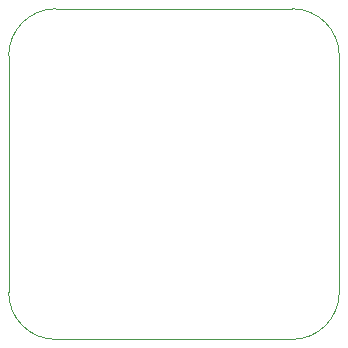
<source format=gbr>
%TF.GenerationSoftware,KiCad,Pcbnew,9.0.2*%
%TF.CreationDate,2025-06-01T02:51:53-04:00*%
%TF.ProjectId,Encoder,456e636f-6465-4722-9e6b-696361645f70,rev?*%
%TF.SameCoordinates,Original*%
%TF.FileFunction,Profile,NP*%
%FSLAX46Y46*%
G04 Gerber Fmt 4.6, Leading zero omitted, Abs format (unit mm)*
G04 Created by KiCad (PCBNEW 9.0.2) date 2025-06-01 02:51:53*
%MOMM*%
%LPD*%
G01*
G04 APERTURE LIST*
%TA.AperFunction,Profile*%
%ADD10C,0.050000*%
%TD*%
G04 APERTURE END LIST*
D10*
X110000000Y-99000000D02*
G75*
G02*
X106000000Y-95000000I0J4000000D01*
G01*
X106000000Y-95000000D02*
X106000000Y-75000000D01*
X130000000Y-99000000D02*
X110000000Y-99000000D01*
X130000000Y-71000000D02*
G75*
G02*
X134000000Y-75000000I0J-4000000D01*
G01*
X134000000Y-75000000D02*
X134000000Y-95000000D01*
X134000000Y-95000000D02*
G75*
G02*
X130000000Y-99000000I-4000000J0D01*
G01*
X106000000Y-75000000D02*
G75*
G02*
X110000000Y-71000000I4000000J0D01*
G01*
X110000000Y-71000000D02*
X130000000Y-71000000D01*
M02*

</source>
